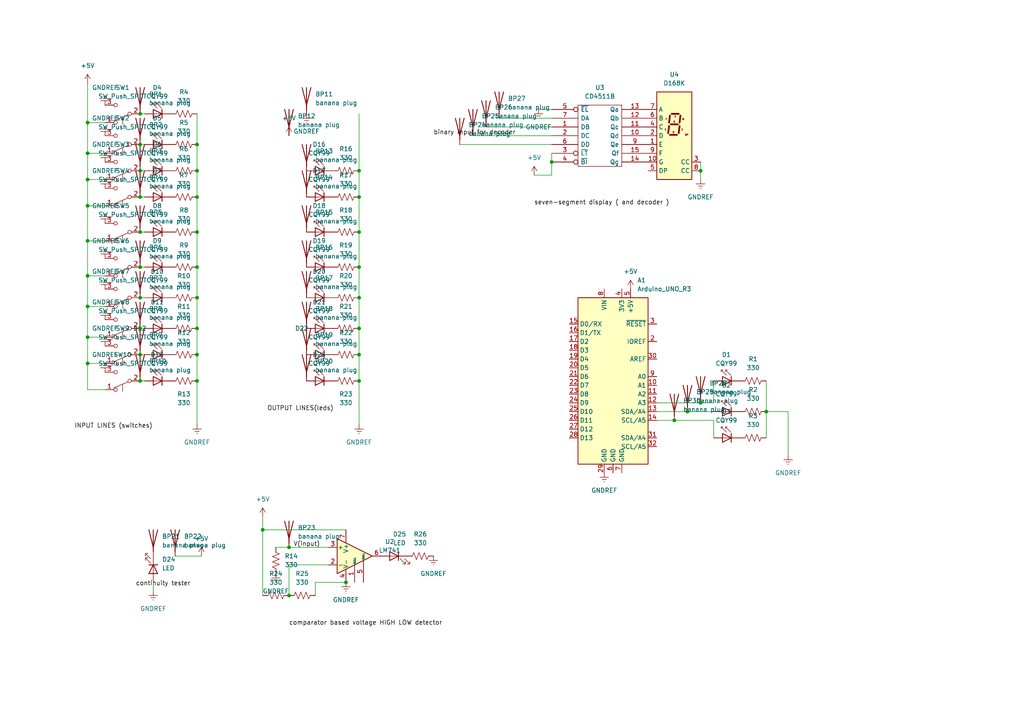
<source format=kicad_sch>
(kicad_sch (version 20230121) (generator eeschema)
  (paper "A4")
  (lib_symbols
    (symbol "4xxx_IEEE:4511" (pin_names (offset 0.762))
      (property "Reference" "U" (at 8.89 11.43 0))
      (property "Value" "4511" (at 8.89 -11.43 0))
      (symbol "4511_0_1"
        (rectangle (start -6.35 8.89) (end 6.35 -8.89))
      )
      (symbol "4511_1_1"
        (pin input line (at -13.97 2.54 0) (length 7.62) (name "DB") (number "1"))
        (pin output line (at 13.97 0 180) (length 7.62) (name "Qd") (number "10"))
        (pin output line (at 13.97 2.54 180) (length 7.62) (name "Qc") (number "11"))
        (pin output line (at 13.97 5.08 180) (length 7.62) (name "Qb") (number "12"))
        (pin output line (at 13.97 7.62 180) (length 7.62) (name "Qa") (number "13"))
        (pin output line (at 13.97 -7.62 180) (length 7.62) (name "Qg") (number "14"))
        (pin output line (at 13.97 -5.08 180) (length 7.62) (name "Qf") (number "15"))
        (pin power_in line (at 0 8.89 270) (length 0) hide (name "Vdd") (number "16"))
        (pin input line (at -13.97 0 0) (length 7.62) (name "DC") (number "2"))
        (pin input inverted (at -13.97 -5.08 0) (length 7.62) (name "~{LT}") (number "3"))
        (pin input inverted (at -13.97 -7.62 0) (length 7.62) (name "~{BI}") (number "4"))
        (pin input inverted (at -13.97 7.62 0) (length 7.62) (name "~{EL}") (number "5"))
        (pin input line (at -13.97 -2.54 0) (length 7.62) (name "DD") (number "6"))
        (pin input line (at -13.97 5.08 0) (length 7.62) (name "DA") (number "7"))
        (pin power_in line (at 0 -8.89 90) (length 0) hide (name "Vss") (number "8"))
        (pin output line (at 13.97 -2.54 180) (length 7.62) (name "Qe") (number "9"))
      )
    )
    (symbol "Amplifier_Operational:LM741" (pin_names (offset 0.127))
      (property "Reference" "U" (at 0 6.35 0))
      (property "Value" "LM741" (at 0 3.81 0))
      (symbol "LM741_0_1"
        (polyline (pts (xy -5.08 5.08) (xy 5.08 0) (xy -5.08 -5.08) (xy -5.08 5.08)) (stroke (width 0.254)) (fill (type background)))
      )
      (symbol "LM741_1_1"
        (pin input line (at 0 -7.62 90) (length 5.08) (name "NULL") (number "1"))
        (pin input line (at -7.62 -2.54 0) (length 2.54) (name "-") (number "2"))
        (pin input line (at -7.62 2.54 0) (length 2.54) (name "+") (number "3"))
        (pin power_in line (at -2.54 -7.62 90) (length 3.81) (name "V-") (number "4"))
        (pin input line (at 2.54 -7.62 90) (length 6.35) (name "NULL") (number "5"))
        (pin output line (at 7.62 0 180) (length 2.54) (name "~") (number "6"))
        (pin power_in line (at -2.54 7.62 270) (length 3.81) (name "V+") (number "7"))
        (pin no_connect line (at 0 2.54 270) (length 2.54) hide (name "NC") (number "8"))
      )
    )
    (symbol "Device:Antenna" (pin_numbers hide) (pin_names (offset 1.016) hide)
      (property "Reference" "AE" (at -1.905 1.905 0))
      (property "Value" "Antenna" (at -1.905 0 0))
      (symbol "Antenna_0_1"
        (polyline (pts (xy 0 2.54) (xy 0 -3.81)) (stroke (width 0.254)))
        (polyline (pts (xy 1.27 2.54) (xy 0 -2.54) (xy -1.27 2.54)) (stroke (width 0.254)))
      )
      (symbol "Antenna_1_1"
        (pin input line (at 0 -5.08 90) (length 2.54) (name "A") (number "1"))
      )
    )
    (symbol "Device:LED" (pin_numbers hide) (pin_names (offset 1.016) hide)
      (property "Reference" "D" (at 0 2.54 0))
      (property "Value" "LED" (at 0 -2.54 0))
      (symbol "LED_0_1"
        (polyline (pts (xy -1.27 -1.27) (xy -1.27 1.27)) (stroke (width 0.254)))
        (polyline (pts (xy -1.27 0) (xy 1.27 0)))
        (polyline (pts (xy 1.27 -1.27) (xy 1.27 1.27) (xy -1.27 0) (xy 1.27 -1.27)) (stroke (width 0.254)))
        (polyline (pts (xy -3.048 -0.762) (xy -4.572 -2.286) (xy -3.81 -2.286) (xy -4.572 -2.286) (xy -4.572 -1.524)))
        (polyline (pts (xy -1.778 -0.762) (xy -3.302 -2.286) (xy -2.54 -2.286) (xy -3.302 -2.286) (xy -3.302 -1.524)))
      )
      (symbol "LED_1_1"
        (pin passive line (at -3.81 0 0) (length 2.54) (name "K") (number "1"))
        (pin passive line (at 3.81 0 180) (length 2.54) (name "A") (number "2"))
      )
    )
    (symbol "Device:R_US" (pin_numbers hide) (pin_names (offset 0))
      (property "Reference" "R" (at 2.54 0 90))
      (property "Value" "R_US" (at -2.54 0 90))
      (symbol "R_US_0_1"
        (polyline (pts (xy 0 -2.286) (xy 0 -2.54)))
        (polyline (pts (xy 0 2.286) (xy 0 2.54)))
        (polyline (pts (xy 0 -0.762) (xy 1.016 -1.143) (xy 0 -1.524) (xy -1.016 -1.905) (xy 0 -2.286)))
        (polyline (pts (xy 0 0.762) (xy 1.016 0.381) (xy 0 0) (xy -1.016 -0.381) (xy 0 -0.762)))
        (polyline (pts (xy 0 2.286) (xy 1.016 1.905) (xy 0 1.524) (xy -1.016 1.143) (xy 0 0.762)))
      )
      (symbol "R_US_1_1"
        (pin passive line (at 0 3.81 270) (length 1.27) (name "~") (number "1"))
        (pin passive line (at 0 -3.81 90) (length 1.27) (name "~") (number "2"))
      )
    )
    (symbol "Display_Character_git:D168K"
      (property "Reference" "U" (at -2.54 13.97 0))
      (property "Value" "D168K" (at 1.27 13.97 0))
      (symbol "D168K_0_0"
        (text "A" (at 0.254 5.588 0) (effects (font (size 0.508 0.508))))
        (text "B" (at 2.54 4.826 0) (effects (font (size 0.508 0.508))))
        (text "C" (at 2.286 1.778 0) (effects (font (size 0.508 0.508))))
        (text "D" (at -0.254 1.016 0) (effects (font (size 0.508 0.508))))
        (text "DP" (at 3.556 0.254 0) (effects (font (size 0.508 0.508))))
        (text "E" (at -2.54 1.778 0) (effects (font (size 0.508 0.508))))
        (text "F" (at -2.286 4.826 0) (effects (font (size 0.508 0.508))))
        (text "G" (at 0 4.064 0) (effects (font (size 0.508 0.508))))
      )
      (symbol "D168K_0_1"
        (rectangle (start -5.08 12.7) (end 5.08 -12.7) (stroke (width 0.254)) (fill (type background)))
        (polyline (pts (xy -1.524 2.794) (xy -1.778 0.762)) (stroke (width 0.508)))
        (polyline (pts (xy -1.27 0.254) (xy 0.762 0.254)) (stroke (width 0.508)))
        (polyline (pts (xy -1.27 5.842) (xy -1.524 3.81)) (stroke (width 0.508)))
        (polyline (pts (xy -1.016 3.302) (xy 1.016 3.302)) (stroke (width 0.508)))
        (polyline (pts (xy -0.762 6.35) (xy 1.27 6.35)) (stroke (width 0.508)))
        (polyline (pts (xy 1.524 2.794) (xy 1.27 0.762)) (stroke (width 0.508)))
        (polyline (pts (xy 1.778 5.842) (xy 1.524 3.81)) (stroke (width 0.508)))
        (polyline (pts (xy 2.54 0.254) (xy 2.54 0.254)) (stroke (width 0.508)))
      )
      (symbol "D168K_1_1"
        (pin input line (at -7.62 -2.54 0) (length 2.54) (name "E") (number "1"))
        (pin input line (at -7.62 -7.62 0) (length 2.54) (name "G") (number "10"))
        (pin input line (at -7.62 0 0) (length 2.54) (name "D") (number "2"))
        (pin input line (at 7.62 -7.62 180) (length 2.54) (name "CC") (number "3"))
        (pin input line (at -7.62 2.54 0) (length 2.54) (name "C") (number "4"))
        (pin input line (at -7.62 -10.16 0) (length 2.54) (name "DP") (number "5"))
        (pin input line (at -7.62 5.08 0) (length 2.54) (name "B") (number "6"))
        (pin input line (at -7.62 7.62 0) (length 2.54) (name "A") (number "7"))
        (pin input line (at 7.62 -10.16 180) (length 2.54) (name "CC") (number "8"))
        (pin input line (at -7.62 -5.08 0) (length 2.54) (name "F") (number "9"))
      )
    )
    (symbol "LED:CQY99" (pin_numbers hide) (pin_names (offset 1.016) hide)
      (property "Reference" "D" (at 0.508 1.778 0))
      (property "Value" "CQY99" (at -1.016 -2.794 0))
      (symbol "CQY99_0_1"
        (polyline (pts (xy -2.54 1.27) (xy -2.54 -1.27)) (stroke (width 0.254)))
        (polyline (pts (xy 0 0) (xy -2.54 0)))
        (polyline (pts (xy 0.381 3.175) (xy -0.127 3.175)))
        (polyline (pts (xy -1.143 1.651) (xy 0.381 3.175) (xy 0.381 2.667)))
        (polyline (pts (xy 0 -1.27) (xy -2.54 0) (xy 0 1.27) (xy 0 -1.27)) (stroke (width 0.254)))
        (polyline (pts (xy -2.413 1.651) (xy -0.889 3.175) (xy -0.889 2.667) (xy -0.889 3.175) (xy -1.397 3.175)))
      )
      (symbol "CQY99_1_1"
        (pin passive line (at -5.08 0 0) (length 2.54) (name "K") (number "1"))
        (pin passive line (at 2.54 0 180) (length 2.54) (name "A") (number "2"))
      )
    )
    (symbol "MCU_Module:Arduino_UNO_R3"
      (property "Reference" "A" (at -10.16 23.495 0))
      (property "Value" "Arduino_UNO_R3" (at 5.08 -26.67 0))
      (symbol "Arduino_UNO_R3_0_1"
        (rectangle (start -10.16 22.86) (end 10.16 -25.4) (stroke (width 0.254)) (fill (type background)))
      )
      (symbol "Arduino_UNO_R3_1_1"
        (pin no_connect line (at -10.16 -20.32 0) (length 2.54) hide (name "NC") (number "1"))
        (pin bidirectional line (at 12.7 -2.54 180) (length 2.54) (name "A1") (number "10"))
        (pin bidirectional line (at 12.7 -5.08 180) (length 2.54) (name "A2") (number "11"))
        (pin bidirectional line (at 12.7 -7.62 180) (length 2.54) (name "A3") (number "12"))
        (pin bidirectional line (at 12.7 -10.16 180) (length 2.54) (name "SDA/A4") (number "13"))
        (pin bidirectional line (at 12.7 -12.7 180) (length 2.54) (name "SCL/A5") (number "14"))
        (pin bidirectional line (at -12.7 15.24 0) (length 2.54) (name "D0/RX") (number "15"))
        (pin bidirectional line (at -12.7 12.7 0) (length 2.54) (name "D1/TX") (number "16"))
        (pin bidirectional line (at -12.7 10.16 0) (length 2.54) (name "D2") (number "17"))
        (pin bidirectional line (at -12.7 7.62 0) (length 2.54) (name "D3") (number "18"))
        (pin bidirectional line (at -12.7 5.08 0) (length 2.54) (name "D4") (number "19"))
        (pin output line (at 12.7 10.16 180) (length 2.54) (name "IOREF") (number "2"))
        (pin bidirectional line (at -12.7 2.54 0) (length 2.54) (name "D5") (number "20"))
        (pin bidirectional line (at -12.7 0 0) (length 2.54) (name "D6") (number "21"))
        (pin bidirectional line (at -12.7 -2.54 0) (length 2.54) (name "D7") (number "22"))
        (pin bidirectional line (at -12.7 -5.08 0) (length 2.54) (name "D8") (number "23"))
        (pin bidirectional line (at -12.7 -7.62 0) (length 2.54) (name "D9") (number "24"))
        (pin bidirectional line (at -12.7 -10.16 0) (length 2.54) (name "D10") (number "25"))
        (pin bidirectional line (at -12.7 -12.7 0) (length 2.54) (name "D11") (number "26"))
        (pin bidirectional line (at -12.7 -15.24 0) (length 2.54) (name "D12") (number "27"))
        (pin bidirectional line (at -12.7 -17.78 0) (length 2.54) (name "D13") (number "28"))
        (pin power_in line (at -2.54 -27.94 90) (length 2.54) (name "GND") (number "29"))
        (pin input line (at 12.7 15.24 180) (length 2.54) (name "~{RESET}") (number "3"))
        (pin input line (at 12.7 5.08 180) (length 2.54) (name "AREF") (number "30"))
        (pin bidirectional line (at 12.7 -17.78 180) (length 2.54) (name "SDA/A4") (number "31"))
        (pin bidirectional line (at 12.7 -20.32 180) (length 2.54) (name "SCL/A5") (number "32"))
        (pin power_out line (at 2.54 25.4 270) (length 2.54) (name "3V3") (number "4"))
        (pin power_out line (at 5.08 25.4 270) (length 2.54) (name "+5V") (number "5"))
        (pin power_in line (at 0 -27.94 90) (length 2.54) (name "GND") (number "6"))
        (pin power_in line (at 2.54 -27.94 90) (length 2.54) (name "GND") (number "7"))
        (pin power_in line (at -2.54 25.4 270) (length 2.54) (name "VIN") (number "8"))
        (pin bidirectional line (at 12.7 0 180) (length 2.54) (name "A0") (number "9"))
      )
    )
    (symbol "Switch:SW_Push_SPDT" (pin_names (offset 0) hide)
      (property "Reference" "SW" (at 0 4.318 0))
      (property "Value" "SW_Push_SPDT" (at 0 -5.08 0))
      (symbol "SW_Push_SPDT_0_0"
        (circle (center -2.032 0) (radius 0.508))
        (polyline (pts (xy 0 1.016) (xy 0 3.048)))
        (circle (center 2.032 -2.54) (radius 0.508))
      )
      (symbol "SW_Push_SPDT_0_1"
        (polyline (pts (xy -1.524 0.254) (xy 2.54 2.032)))
        (circle (center 2.032 2.54) (radius 0.508))
      )
      (symbol "SW_Push_SPDT_1_1"
        (pin passive line (at 5.08 2.54 180) (length 2.54) (name "A") (number "1"))
        (pin passive line (at -5.08 0 0) (length 2.54) (name "B") (number "2"))
        (pin passive line (at 5.08 -2.54 180) (length 2.54) (name "C") (number "3"))
      )
    )
    (symbol "power:+5V" (power) (pin_names (offset 0))
      (property "Value" "+5V" (at 0 3.556 0))
      (symbol "+5V_0_1"
        (polyline (pts (xy -0.762 1.27) (xy 0 2.54)))
        (polyline (pts (xy 0 0) (xy 0 2.54)))
        (polyline (pts (xy 0 2.54) (xy 0.762 1.27)))
      )
      (symbol "+5V_1_1"
        (pin power_in line (at 0 0 90) (length 0) hide (name "+5V") (number "1"))
      )
    )
    (symbol "power:GNDREF" (power) (pin_names (offset 0))
      (property "Value" "GNDREF" (at 0 -3.81 0))
      (symbol "GNDREF_0_1"
        (polyline (pts (xy -0.635 -1.905) (xy 0.635 -1.905)))
        (polyline (pts (xy -0.127 -2.54) (xy 0.127 -2.54)))
        (polyline (pts (xy 0 -1.27) (xy 0 0)))
        (polyline (pts (xy 1.27 -1.27) (xy -1.27 -1.27)))
      )
      (symbol "GNDREF_1_1"
        (pin power_in line (at 0 0 270) (length 0) hide (name "GNDREF") (number "1"))
      )
    )
  )
  (junction (at 40.64 110.49))
  (junction (at 199.39 119.38))
  (junction (at 104.14 77.47))
  (junction (at 57.15 102.87))
  (junction (at 40.64 86.36))
  (junction (at 104.14 95.25))
  (junction (at 40.64 33.02))
  (junction (at 40.64 102.87))
  (junction (at 195.58 121.92))
  (junction (at 104.14 110.49))
  (junction (at 57.15 41.91))
  (junction (at 104.14 86.36))
  (junction (at 57.15 77.47))
  (junction (at 222.25 119.38))
  (junction (at 76.2 153.67))
  (junction (at 203.2 116.84))
  (junction (at 160.02 46.99))
  (junction (at 25.4 97.79))
  (junction (at 40.64 95.25))
  (junction (at 83.82 158.75))
  (junction (at 104.14 57.15))
  (junction (at 25.4 52.07))
  (junction (at 104.14 67.31))
  (junction (at 57.15 57.15))
  (junction (at 57.15 67.31))
  (junction (at 25.4 44.45))
  (junction (at 25.4 35.56))
  (junction (at 57.15 95.25))
  (junction (at 57.15 110.49))
  (junction (at 25.4 80.01))
  (junction (at 203.2 49.53))
  (junction (at 25.4 59.69))
  (junction (at 57.15 49.53))
  (junction (at 40.64 49.53))
  (junction (at 104.14 49.53))
  (junction (at 40.64 67.31))
  (junction (at 40.64 57.15))
  (junction (at 25.4 105.41))
  (junction (at 104.14 102.87))
  (junction (at 40.64 77.47))
  (junction (at 83.82 172.72))
  (junction (at 25.4 88.9))
  (junction (at 40.64 41.91))
  (junction (at 57.15 86.36))
  (junction (at 25.4 69.85))
  (junction (at 100.33 168.91))
  (wire (pts (xy 25.4 69.85) (xy 25.4 80.01)))
  (wire (pts (xy 203.2 49.53) (xy 203.2 52.07)))
  (wire (pts (xy 207.01 116.84) (xy 207.01 110.49)))
  (wire (pts (xy 25.4 105.41) (xy 30.48 105.41)))
  (wire (pts (xy 104.14 102.87) (xy 104.14 110.49)))
  (wire (pts (xy 57.15 102.87) (xy 57.15 110.49)))
  (wire (pts (xy 104.14 95.25) (xy 104.14 102.87)))
  (wire (pts (xy 57.15 57.15) (xy 57.15 67.31)))
  (wire (pts (xy 40.64 86.36) (xy 41.91 86.36)))
  (wire (pts (xy 222.25 119.38) (xy 228.6 119.38)))
  (wire (pts (xy 25.4 113.03) (xy 30.48 113.03)))
  (wire (pts (xy 25.4 59.69) (xy 30.48 59.69)))
  (wire (pts (xy 222.25 110.49) (xy 222.25 119.38)))
  (wire (pts (xy 104.14 86.36) (xy 104.14 95.25)))
  (wire (pts (xy 40.64 77.47) (xy 41.91 77.47)))
  (wire (pts (xy 144.78 34.29) (xy 160.02 34.29)))
  (wire (pts (xy 25.4 80.01) (xy 30.48 80.01)))
  (wire (pts (xy 25.4 97.79) (xy 25.4 105.41)))
  (wire (pts (xy 57.15 77.47) (xy 57.15 86.36)))
  (wire (pts (xy 104.14 77.47) (xy 104.14 86.36)))
  (wire (pts (xy 40.64 33.02) (xy 41.91 33.02)))
  (wire (pts (xy 76.2 153.67) (xy 100.33 153.67)))
  (wire (pts (xy 25.4 97.79) (xy 30.48 97.79)))
  (wire (pts (xy 25.4 59.69) (xy 25.4 69.85)))
  (wire (pts (xy 25.4 69.85) (xy 30.48 69.85)))
  (wire (pts (xy 40.64 41.91) (xy 41.91 41.91)))
  (wire (pts (xy 83.82 163.83) (xy 83.82 172.72)))
  (wire (pts (xy 57.15 110.49) (xy 57.15 123.19)))
  (wire (pts (xy 57.15 49.53) (xy 57.15 57.15)))
  (wire (pts (xy 25.4 52.07) (xy 30.48 52.07)))
  (wire (pts (xy 190.5 116.84) (xy 203.2 116.84)))
  (wire (pts (xy 190.5 119.38) (xy 199.39 119.38)))
  (wire (pts (xy 160.02 46.99) (xy 160.02 50.8)))
  (wire (pts (xy 57.15 95.25) (xy 57.15 102.87)))
  (wire (pts (xy 83.82 158.75) (xy 95.25 158.75)))
  (wire (pts (xy 40.64 57.15) (xy 41.91 57.15)))
  (wire (pts (xy 91.44 168.91) (xy 100.33 168.91)))
  (wire (pts (xy 199.39 119.38) (xy 207.01 119.38)))
  (wire (pts (xy 40.64 102.87) (xy 41.91 102.87)))
  (wire (pts (xy 140.97 36.83) (xy 160.02 36.83)))
  (wire (pts (xy 57.15 41.91) (xy 57.15 49.53)))
  (wire (pts (xy 133.35 41.91) (xy 160.02 41.91)))
  (wire (pts (xy 57.15 86.36) (xy 57.15 95.25)))
  (wire (pts (xy 25.4 44.45) (xy 25.4 52.07)))
  (wire (pts (xy 207.01 121.92) (xy 207.01 127)))
  (wire (pts (xy 25.4 35.56) (xy 25.4 44.45)))
  (wire (pts (xy 25.4 35.56) (xy 30.48 35.56)))
  (wire (pts (xy 25.4 88.9) (xy 30.48 88.9)))
  (wire (pts (xy 44.45 168.91) (xy 44.45 171.45)))
  (wire (pts (xy 25.4 24.13) (xy 25.4 35.56)))
  (wire (pts (xy 104.14 67.31) (xy 104.14 77.47)))
  (wire (pts (xy 195.58 121.92) (xy 207.01 121.92)))
  (wire (pts (xy 57.15 67.31) (xy 57.15 77.47)))
  (wire (pts (xy 25.4 44.45) (xy 30.48 44.45)))
  (wire (pts (xy 40.64 67.31) (xy 41.91 67.31)))
  (wire (pts (xy 25.4 88.9) (xy 25.4 97.79)))
  (wire (pts (xy 160.02 50.8) (xy 154.94 50.8)))
  (wire (pts (xy 95.25 163.83) (xy 83.82 163.83)))
  (wire (pts (xy 40.64 110.49) (xy 41.91 110.49)))
  (wire (pts (xy 160.02 44.45) (xy 160.02 46.99)))
  (wire (pts (xy 222.25 119.38) (xy 222.25 127)))
  (wire (pts (xy 57.15 33.02) (xy 57.15 41.91)))
  (wire (pts (xy 104.14 49.53) (xy 104.14 57.15)))
  (wire (pts (xy 50.8 161.29) (xy 58.42 161.29)))
  (wire (pts (xy 25.4 52.07) (xy 25.4 59.69)))
  (wire (pts (xy 190.5 121.92) (xy 195.58 121.92)))
  (wire (pts (xy 40.64 95.25) (xy 41.91 95.25)))
  (wire (pts (xy 156.21 31.75) (xy 160.02 31.75)))
  (wire (pts (xy 137.16 39.37) (xy 160.02 39.37)))
  (wire (pts (xy 104.14 57.15) (xy 104.14 67.31)))
  (wire (pts (xy 104.14 33.02) (xy 104.14 49.53)))
  (wire (pts (xy 91.44 172.72) (xy 91.44 168.91)))
  (wire (pts (xy 228.6 119.38) (xy 228.6 132.08)))
  (wire (pts (xy 25.4 80.01) (xy 25.4 88.9)))
  (wire (pts (xy 80.01 158.75) (xy 83.82 158.75)))
  (wire (pts (xy 40.64 49.53) (xy 41.91 49.53)))
  (wire (pts (xy 76.2 153.67) (xy 76.2 149.86)))
  (wire (pts (xy 203.2 46.99) (xy 203.2 49.53)))
  (wire (pts (xy 203.2 116.84) (xy 207.01 116.84)))
  (wire (pts (xy 25.4 105.41) (xy 25.4 113.03)))
  (wire (pts (xy 104.14 110.49) (xy 104.14 123.19)))
  (wire (pts (xy 76.2 153.67) (xy 76.2 172.72)))
  (label "binary input for decoder" (at 125.73 39.37 0))
  (label "seven-segment display ( and decoder )" (at 154.94 59.69 0))
  (label "V(input)" (at 85.09 158.75 0))
  (label "OUTPUT LINES(leds)" (at 77.47 119.38 0))
  (label "continuity tester" (at 39.37 170.18 0))
  (label "comparator based voltage HIGH LOW detector" (at 83.82 181.61 0))
  (label "INPUT LINES (switches)" (at 21.59 124.46 0))
  (symbol (lib_id "power:GNDREF") (at 30.48 100.33 180) (unit 1)
    (property "Reference" "#PWR021" (effects hide))
    (property "Value" "GNDREF" (at 30.48 95.25 0))
  )
  (symbol (lib_id "power:+5V") (at 83.82 39.37 0) (unit 1)
    (property "Reference" "#PWR026" (effects hide))
    (property "Value" "+5V" (at 83.82 34.29 0))
  )
  (symbol (lib_id "LED:CQY99") (at 91.44 67.31 0) (mirror y) (unit 1)
    (property "Reference" "D18" (at 92.583 59.69 0))
    (property "Value" "CQY99" (at 92.583 62.23 0))
    (property "Footprint" "LED_THT:LED_D3.0mm" (effects hide))
    (property "Datasheet" "https://www.prtice.info/IMG/pdf/CQY99.pdf" (effects hide))
  )
  (symbol (lib_id "LED:CQY99") (at 91.44 86.36 0) (mirror y) (unit 1)
    (property "Reference" "D20" (at 92.583 78.74 0))
    (property "Value" "CQY99" (at 92.583 81.28 0))
    (property "Footprint" "LED_THT:LED_D3.0mm" (effects hide))
    (property "Datasheet" "https://www.prtice.info/IMG/pdf/CQY99.pdf" (effects hide))
  )
  (symbol (lib_id "Device:Antenna") (at 40.64 81.28 0) (unit 1)
    (property "Reference" "BP7" (at 43.18 80.645 0) (effects (justify left)))
    (property "Value" "banana plug" (at 43.18 83.185 0) (effects (justify left)))
    (property "Footprint" "MountingHole:banana_plug(modified thickness)" (effects hide))
  )
  (symbol (lib_id "Device:R_US") (at 53.34 33.02 270) (unit 1)
    (property "Reference" "R4" (at 53.34 26.67 90))
    (property "Value" "330" (at 53.34 29.21 90))
    (property "Footprint" "Resistor_THT:R_Axial_DIN0207_L6.3mm_D2.5mm_P7.62mm_Horizontal" (effects hide))
  )
  (symbol (lib_id "power:GNDREF") (at 156.21 31.75 0) (unit 1)
    (property "Reference" "#PWR011" (effects hide))
    (property "Value" "GNDREF" (at 156.21 36.83 0))
  )
  (symbol (lib_id "Device:Antenna") (at 40.64 105.41 0) (unit 1)
    (property "Reference" "BP10" (at 43.18 104.775 0) (effects (justify left)))
    (property "Value" "banana plug" (at 43.18 107.315 0) (effects (justify left)))
    (property "Footprint" "MountingHole:banana_plug(modified thickness)" (effects hide))
  )
  (symbol (lib_id "LED:CQY99") (at 44.45 86.36 0) (mirror y) (unit 1)
    (property "Reference" "D10" (at 45.593 78.74 0))
    (property "Value" "CQY99" (at 45.593 81.28 0))
    (property "Footprint" "LED_THT:LED_D3.0mm" (effects hide))
    (property "Datasheet" "https://www.prtice.info/IMG/pdf/CQY99.pdf" (effects hide))
  )
  (symbol (lib_id "LED:CQY99") (at 91.44 57.15 0) (mirror y) (unit 1)
    (property "Reference" "D17" (at 92.583 49.53 0))
    (property "Value" "CQY99" (at 92.583 52.07 0))
    (property "Footprint" "LED_THT:LED_D3.0mm" (effects hide))
    (property "Datasheet" "https://www.prtice.info/IMG/pdf/CQY99.pdf" (effects hide))
  )
  (symbol (lib_id "Switch:SW_Push_SPDT") (at 35.56 33.02 180) (unit 1)
    (property "Reference" "SW1" (at 35.56 25.4 0))
    (property "Value" "SW_Push_SPDT" (at 35.56 27.94 0))
    (property "Footprint" "Button_Switch_THT:SPDT_platemount_switch(platemount)" (effects hide))
  )
  (symbol (lib_id "Device:R_US") (at 100.33 86.36 270) (unit 1)
    (property "Reference" "R20" (at 100.33 80.01 90))
    (property "Value" "330" (at 100.33 82.55 90))
    (property "Footprint" "Resistor_THT:R_Axial_DIN0207_L6.3mm_D2.5mm_P7.62mm_Horizontal" (effects hide))
  )
  (symbol (lib_id "Switch:SW_Push_SPDT") (at 35.56 67.31 180) (unit 1)
    (property "Reference" "SW5" (at 35.56 59.69 0))
    (property "Value" "SW_Push_SPDT" (at 35.56 62.23 0))
    (property "Footprint" "Button_Switch_THT:SPDT_platemount_switch(platemount)" (effects hide))
  )
  (symbol (lib_id "Device:R_US") (at 53.34 67.31 270) (unit 1)
    (property "Reference" "R8" (at 53.34 60.96 90))
    (property "Value" "330" (at 53.34 63.5 90))
    (property "Footprint" "Resistor_THT:R_Axial_DIN0207_L6.3mm_D2.5mm_P7.62mm_Horizontal" (effects hide))
  )
  (symbol (lib_id "MCU_Module:Arduino_UNO_R3") (at 177.8 109.22 0) (unit 1)
    (property "Reference" "A1" (at 184.8359 81.28 0) (effects (justify left)))
    (property "Value" "Arduino_UNO_R3" (at 184.8359 83.82 0) (effects (justify left)))
    (property "Footprint" "Module:Arduino_UNO_R3" (effects hide))
    (property "Datasheet" "https://www.arduino.cc/en/Main/arduinoBoardUno" (effects hide))
  )
  (symbol (lib_id "Device:Antenna") (at 88.9 72.39 0) (unit 1)
    (property "Reference" "BP16" (at 91.44 71.755 0) (effects (justify left)))
    (property "Value" "banana plug" (at 91.44 74.295 0) (effects (justify left)))
    (property "Footprint" "MountingHole:banana_plug(modified thickness)" (effects hide))
  )
  (symbol (lib_id "Device:R_US") (at 53.34 77.47 270) (unit 1)
    (property "Reference" "R9" (at 53.34 71.12 90))
    (property "Value" "330" (at 53.34 73.66 90))
    (property "Footprint" "Resistor_THT:R_Axial_DIN0207_L6.3mm_D2.5mm_P7.62mm_Horizontal" (effects hide))
  )
  (symbol (lib_id "Device:Antenna") (at 40.64 72.39 0) (unit 1)
    (property "Reference" "BP6" (at 43.18 71.755 0) (effects (justify left)))
    (property "Value" "banana plug" (at 43.18 74.295 0) (effects (justify left)))
    (property "Footprint" "MountingHole:banana_plug(modified thickness)" (effects hide))
  )
  (symbol (lib_id "Device:Antenna") (at 140.97 31.75 0) (unit 1)
    (property "Reference" "BP26" (at 143.51 31.115 0) (effects (justify left)))
    (property "Value" "banana plug" (at 143.51 33.655 0) (effects (justify left)))
    (property "Footprint" "MountingHole:banana_plug(modified thickness)" (effects hide))
  )
  (symbol (lib_id "Device:Antenna") (at 40.64 90.17 0) (unit 1)
    (property "Reference" "BP8" (at 43.18 89.535 0) (effects (justify left)))
    (property "Value" "banana plug" (at 43.18 92.075 0) (effects (justify left)))
    (property "Footprint" "MountingHole:banana_plug(modified thickness)" (effects hide))
  )
  (symbol (lib_id "Device:Antenna") (at 88.9 97.79 0) (unit 1)
    (property "Reference" "BP19" (at 91.44 97.155 0) (effects (justify left)))
    (property "Value" "banana plug" (at 91.44 99.695 0) (effects (justify left)))
    (property "Footprint" "MountingHole:banana_plug(modified thickness)" (effects hide))
  )
  (symbol (lib_id "Device:Antenna") (at 88.9 105.41 0) (unit 1)
    (property "Reference" "BP20" (at 91.44 104.775 0) (effects (justify left)))
    (property "Value" "banana plug" (at 91.44 107.315 0) (effects (justify left)))
    (property "Footprint" "MountingHole:banana_plug(modified thickness)" (effects hide))
  )
  (symbol (lib_id "Device:LED") (at 44.45 165.1 270) (unit 1)
    (property "Reference" "D24" (at 46.99 162.2425 90) (effects (justify left)))
    (property "Value" "LED" (at 46.99 164.7825 90) (effects (justify left)))
    (property "Footprint" "Buzzer_Beeper:Buzzer_12x9.5RM7.6" (effects hide))
  )
  (symbol (lib_id "Device:Antenna") (at 83.82 34.29 0) (unit 1)
    (property "Reference" "BP12" (at 86.36 33.655 0) (effects (justify left)))
    (property "Value" "banana plug" (at 86.36 36.195 0) (effects (justify left)))
    (property "Footprint" "MountingHole:banana_plug(modified thickness)" (effects hide))
  )
  (symbol (lib_id "Device:R_US") (at 100.33 67.31 270) (unit 1)
    (property "Reference" "R18" (at 100.33 60.96 90))
    (property "Value" "330" (at 100.33 63.5 90))
    (property "Footprint" "Resistor_THT:R_Axial_DIN0207_L6.3mm_D2.5mm_P7.62mm_Horizontal" (effects hide))
  )
  (symbol (lib_id "Device:R_US") (at 121.92 161.29 270) (unit 1)
    (property "Reference" "R26" (at 121.92 154.94 90))
    (property "Value" "330" (at 121.92 157.48 90))
    (property "Footprint" "Resistor_THT:R_Axial_DIN0207_L6.3mm_D2.5mm_P7.62mm_Horizontal" (effects hide))
  )
  (symbol (lib_id "power:GNDREF") (at 44.45 171.45 0) (unit 1)
    (property "Reference" "#PWR05" (effects hide))
    (property "Value" "GNDREF" (at 44.45 176.53 0))
  )
  (symbol (lib_id "Device:Antenna") (at 88.9 81.28 0) (unit 1)
    (property "Reference" "BP17" (at 91.44 80.645 0) (effects (justify left)))
    (property "Value" "banana plug" (at 91.44 83.185 0) (effects (justify left)))
    (property "Footprint" "MountingHole:banana_plug(modified thickness)" (effects hide))
  )
  (symbol (lib_id "power:+5V") (at 58.42 161.29 0) (unit 1)
    (property "Reference" "#PWR06" (effects hide))
    (property "Value" "+5V" (at 58.42 156.21 0))
  )
  (symbol (lib_id "LED:CQY99") (at 91.44 102.87 0) (mirror y) (unit 1)
    (property "Reference" "D22" (at 87.503 95.25 0))
    (property "Value" "CQY99" (at 92.583 97.79 0))
    (property "Footprint" "LED_THT:LED_D3.0mm" (effects hide))
    (property "Datasheet" "https://www.prtice.info/IMG/pdf/CQY99.pdf" (effects hide))
  )
  (symbol (lib_id "LED:CQY99") (at 44.45 110.49 0) (mirror y) (unit 1)
    (property "Reference" "D13" (at 45.593 102.87 0))
    (property "Value" "CQY99" (at 45.593 105.41 0))
    (property "Footprint" "LED_THT:LED_D3.0mm" (effects hide))
    (property "Datasheet" "https://www.prtice.info/IMG/pdf/CQY99.pdf" (effects hide))
  )
  (symbol (lib_id "Switch:SW_Push_SPDT") (at 35.56 86.36 180) (unit 1)
    (property "Reference" "SW7" (at 35.56 78.74 0))
    (property "Value" "SW_Push_SPDT" (at 35.56 81.28 0))
    (property "Footprint" "Button_Switch_THT:SPDT_platemount_switch(platemount)" (effects hide))
  )
  (symbol (lib_id "power:GNDREF") (at 175.26 137.16 0) (unit 1)
    (property "Reference" "#PWR024" (effects hide))
    (property "Value" "GNDREF" (at 175.26 142.24 0))
  )
  (symbol (lib_id "power:GNDREF") (at 30.48 83.82 180) (unit 1)
    (property "Reference" "#PWR019" (effects hide))
    (property "Value" "GNDREF" (at 30.48 78.74 0))
  )
  (symbol (lib_id "Device:R_US") (at 100.33 102.87 270) (unit 1)
    (property "Reference" "R22" (at 100.33 96.52 90))
    (property "Value" "330" (at 100.33 99.06 90))
    (property "Footprint" "Resistor_THT:R_Axial_DIN0207_L6.3mm_D2.5mm_P7.62mm_Horizontal" (effects hide))
  )
  (symbol (lib_id "Device:R_US") (at 80.01 162.56 0) (unit 1)
    (property "Reference" "R14" (at 82.55 161.29 0) (effects (justify left)))
    (property "Value" "330" (at 82.55 163.83 0) (effects (justify left)))
    (property "Footprint" "Resistor_THT:R_Axial_DIN0207_L6.3mm_D2.5mm_P7.62mm_Horizontal" (effects hide))
  )
  (symbol (lib_id "power:GNDREF") (at 88.9 33.02 0) (unit 1)
    (property "Reference" "#PWR025" (effects hide))
    (property "Value" "GNDREF" (at 88.9 38.1 0))
  )
  (symbol (lib_id "power:GNDREF") (at 80.01 166.37 0) (unit 1)
    (property "Reference" "#PWR027" (effects hide))
    (property "Value" "GNDREF" (at 80.01 171.45 0))
  )
  (symbol (lib_id "Device:R_US") (at 53.34 41.91 270) (unit 1)
    (property "Reference" "R5" (at 53.34 35.56 90))
    (property "Value" "330" (at 53.34 38.1 90))
    (property "Footprint" "Resistor_THT:R_Axial_DIN0207_L6.3mm_D2.5mm_P7.62mm_Horizontal" (effects hide))
  )
  (symbol (lib_id "power:GNDREF") (at 30.48 92.71 180) (unit 1)
    (property "Reference" "#PWR020" (effects hide))
    (property "Value" "GNDREF" (at 30.48 87.63 0))
  )
  (symbol (lib_id "power:GNDREF") (at 30.48 30.48 180) (unit 1)
    (property "Reference" "#PWR013" (effects hide))
    (property "Value" "GNDREF" (at 30.48 25.4 0))
  )
  (symbol (lib_id "Device:Antenna") (at 44.45 156.21 0) (unit 1)
    (property "Reference" "BP21" (at 46.99 155.575 0) (effects (justify left)))
    (property "Value" "banana plug" (at 46.99 158.115 0) (effects (justify left)))
    (property "Footprint" "MountingHole:banana_plug(modified thickness)" (effects hide))
  )
  (symbol (lib_id "power:GNDREF") (at 125.73 161.29 0) (unit 1)
    (property "Reference" "#PWR09" (effects hide))
    (property "Value" "GNDREF" (at 125.73 166.37 0))
  )
  (symbol (lib_id "Device:Antenna") (at 199.39 114.3 0) (unit 1)
    (property "Reference" "BP29" (at 201.93 113.665 0) (effects (justify left)))
    (property "Value" "banana plug" (at 201.93 116.205 0) (effects (justify left)))
    (property "Footprint" "MountingHole:banana_plug(modified thickness)" (effects hide))
  )
  (symbol (lib_id "Device:Antenna") (at 40.64 52.07 0) (unit 1)
    (property "Reference" "BP4" (at 43.18 51.435 0) (effects (justify left)))
    (property "Value" "banana plug" (at 43.18 53.975 0) (effects (justify left)))
    (property "Footprint" "MountingHole:banana_plug(modified thickness)" (effects hide))
  )
  (symbol (lib_id "Device:Antenna") (at 144.78 29.21 0) (unit 1)
    (property "Reference" "BP27" (at 147.32 28.575 0) (effects (justify left)))
    (property "Value" "banana plug" (at 147.32 31.115 0) (effects (justify left)))
    (property "Footprint" "MountingHole:banana_plug(modified thickness)" (effects hide))
  )
  (symbol (lib_id "power:+5V") (at 76.2 149.86 0) (unit 1)
    (property "Reference" "#PWR07" (effects hide))
    (property "Value" "+5V" (at 76.2 144.78 0))
  )
  (symbol (lib_id "LED:CQY99") (at 44.45 77.47 0) (mirror y) (unit 1)
    (property "Reference" "D9" (at 45.593 69.85 0))
    (property "Value" "CQY99" (at 45.593 72.39 0))
    (property "Footprint" "LED_THT:LED_D3.0mm" (effects hide))
    (property "Datasheet" "https://www.prtice.info/IMG/pdf/CQY99.pdf" (effects hide))
  )
  (symbol (lib_id "Device:Antenna") (at 88.9 27.94 0) (unit 1)
    (property "Reference" "BP11" (at 91.44 27.305 0) (effects (justify left)))
    (property "Value" "banana plug" (at 91.44 29.845 0) (effects (justify left)))
    (property "Footprint" "MountingHole:banana_plug(modified thickness)" (effects hide))
  )
  (symbol (lib_id "Switch:SW_Push_SPDT") (at 35.56 77.47 180) (unit 1)
    (property "Reference" "SW6" (at 35.56 69.85 0))
    (property "Value" "SW_Push_SPDT" (at 35.56 72.39 0))
    (property "Footprint" "Button_Switch_THT:SPDT_platemount_switch(platemount)" (effects hide))
  )
  (symbol (lib_id "4xxx_IEEE:4511") (at 173.99 39.37 0) (unit 1)
    (property "Reference" "U3" (at 173.99 25.4 0))
    (property "Value" "CD4511B" (at 173.99 27.94 0))
    (property "Footprint" "Package_DIP:DIP-16_W7.62mm_Socket_LongPads" (effects hide))
  )
  (symbol (lib_id "Device:R_US") (at 53.34 49.53 270) (unit 1)
    (property "Reference" "R6" (at 53.34 43.18 90))
    (property "Value" "330" (at 53.34 45.72 90))
    (property "Footprint" "Resistor_THT:R_Axial_DIN0207_L6.3mm_D2.5mm_P7.62mm_Horizontal" (effects hide))
  )
  (symbol (lib_id "power:GNDREF") (at 30.48 74.93 180) (unit 1)
    (property "Reference" "#PWR018" (effects hide))
    (property "Value" "GNDREF" (at 30.48 69.85 0))
  )
  (symbol (lib_id "power:GNDREF") (at 104.14 123.19 0) (unit 1)
    (property "Reference" "#PWR04" (effects hide))
    (property "Value" "GNDREF" (at 104.14 128.27 0))
  )
  (symbol (lib_id "Device:R_US") (at 100.33 77.47 270) (unit 1)
    (property "Reference" "R19" (at 100.33 71.12 90))
    (property "Value" "330" (at 100.33 73.66 90))
    (property "Footprint" "Resistor_THT:R_Axial_DIN0207_L6.3mm_D2.5mm_P7.62mm_Horizontal" (effects hide))
  )
  (symbol (lib_id "Display_Character_git:D168K") (at 195.58 39.37 0) (unit 1)
    (property "Reference" "U4" (at 195.58 21.59 0))
    (property "Value" "D168K" (at 195.58 24.13 0))
    (property "Footprint" "Display_7Segment:D1X8K" (effects hide))
    (property "Datasheet" "https://ia800903.us.archive.org/24/items/CTKD1x8K/Cromatek%20D168K.pdf" (effects hide))
  )
  (symbol (lib_id "Device:Antenna") (at 40.64 36.83 0) (unit 1)
    (property "Reference" "BP2" (at 43.18 36.195 0) (effects (justify left)))
    (property "Value" "banana plug" (at 43.18 38.735 0) (effects (justify left)))
    (property "Footprint" "MountingHole:banana_plug(modified thickness)" (effects hide))
  )
  (symbol (lib_id "Device:Antenna") (at 133.35 36.83 0) (unit 1)
    (property "Reference" "BP24" (at 135.89 36.195 0) (effects (justify left)))
    (property "Value" "banana plug" (at 135.89 38.735 0) (effects (justify left)))
    (property "Footprint" "MountingHole:banana_plug(modified thickness)" (effects hide))
  )
  (symbol (lib_id "Device:Antenna") (at 40.64 62.23 0) (unit 1)
    (property "Reference" "BP5" (at 43.18 61.595 0) (effects (justify left)))
    (property "Value" "banana plug" (at 43.18 64.135 0) (effects (justify left)))
    (property "Footprint" "MountingHole:banana_plug(modified thickness)" (effects hide))
  )
  (symbol (lib_id "Device:R_US") (at 53.34 95.25 270) (unit 1)
    (property "Reference" "R11" (at 53.34 88.9 90))
    (property "Value" "330" (at 53.34 91.44 90))
    (property "Footprint" "Resistor_THT:R_Axial_DIN0207_L6.3mm_D2.5mm_P7.62mm_Horizontal" (effects hide))
  )
  (symbol (lib_id "Device:R_US") (at 100.33 57.15 270) (unit 1)
    (property "Reference" "R17" (at 100.33 50.8 90))
    (property "Value" "330" (at 100.33 53.34 90))
    (property "Footprint" "Resistor_THT:R_Axial_DIN0207_L6.3mm_D2.5mm_P7.62mm_Horizontal" (effects hide))
  )
  (symbol (lib_id "LED:CQY99") (at 44.45 49.53 0) (mirror y) (unit 1)
    (property "Reference" "D6" (at 45.593 41.91 0))
    (property "Value" "CQY99" (at 45.593 44.45 0))
    (property "Footprint" "LED_THT:LED_D3.0mm" (effects hide))
    (property "Datasheet" "https://www.prtice.info/IMG/pdf/CQY99.pdf" (effects hide))
  )
  (symbol (lib_id "power:GNDREF") (at 30.48 64.77 180) (unit 1)
    (property "Reference" "#PWR017" (effects hide))
    (property "Value" "GNDREF" (at 30.48 59.69 0))
  )
  (symbol (lib_id "LED:CQY99") (at 44.45 95.25 0) (mirror y) (unit 1)
    (property "Reference" "D11" (at 45.593 87.63 0))
    (property "Value" "CQY99" (at 45.593 90.17 0))
    (property "Footprint" "LED_THT:LED_D3.0mm" (effects hide))
    (property "Datasheet" "https://www.prtice.info/IMG/pdf/CQY99.pdf" (effects hide))
  )
  (symbol (lib_id "LED:CQY99") (at 209.55 119.38 0) (mirror y) (unit 1)
    (property "Reference" "D2" (at 210.693 111.76 0))
    (property "Value" "CQY99" (at 210.693 114.3 0))
    (property "Footprint" "LED_THT:LED_D3.0mm" (effects hide))
    (property "Datasheet" "https://www.prtice.info/IMG/pdf/CQY99.pdf" (effects hide))
  )
  (symbol (lib_id "Switch:SW_Push_SPDT") (at 35.56 95.25 180) (unit 1)
    (property "Reference" "SW8" (at 35.56 87.63 0))
    (property "Value" "SW_Push_SPDT" (at 35.56 90.17 0))
    (property "Footprint" "Button_Switch_THT:SPDT_platemount_switch(platemount)" (effects hide))
  )
  (symbol (lib_id "Switch:SW_Push_SPDT") (at 35.56 41.91 180) (unit 1)
    (property "Reference" "SW2" (at 35.56 34.29 0))
    (property "Value" "SW_Push_SPDT" (at 35.56 36.83 0))
    (property "Footprint" "Button_Switch_THT:SPDT_platemount_switch(platemount)" (effects hide))
  )
  (symbol (lib_id "Device:R_US") (at 53.34 57.15 270) (unit 1)
    (property "Reference" "R7" (at 53.34 50.8 90))
    (property "Value" "330" (at 53.34 53.34 90))
    (property "Footprint" "Resistor_THT:R_Axial_DIN0207_L6.3mm_D2.5mm_P7.62mm_Horizontal" (effects hide))
  )
  (symbol (lib_id "Amplifier_Operational:LM741") (at 102.87 161.29 0) (unit 1)
    (property "Reference" "U2" (at 113.03 157.0991 0))
    (property "Value" "LM741" (at 113.03 159.6391 0))
    (property "Footprint" "Package_DIP:DIP-8_W7.62mm" (effects hide))
    (property "Datasheet" "http://www.ti.com/lit/ds/symlink/lm741.pdf" (effects hide))
  )
  (symbol (lib_id "Device:LED") (at 114.3 161.29 0) (mirror y) (unit 1)
    (property "Reference" "D25" (at 115.8875 154.94 0))
    (property "Value" "LED" (at 115.8875 157.48 0))
    (property "Footprint" "LED_THT:LED_D5.0mm_IRGrey" (effects hide))
  )
  (symbol (lib_id "Device:R_US") (at 100.33 49.53 270) (unit 1)
    (property "Reference" "R16" (at 100.33 43.18 90))
    (property "Value" "330" (at 100.33 45.72 90))
    (property "Footprint" "Resistor_THT:R_Axial_DIN0207_L6.3mm_D2.5mm_P7.62mm_Horizontal" (effects hide))
  )
  (symbol (lib_id "power:GNDREF") (at 57.15 123.19 0) (unit 1)
    (property "Reference" "#PWR03" (effects hide))
    (property "Value" "GNDREF" (at 57.15 128.27 0))
  )
  (symbol (lib_id "power:GNDREF") (at 30.48 39.37 180) (unit 1)
    (property "Reference" "#PWR014" (effects hide))
    (property "Value" "GNDREF" (at 30.48 34.29 0))
  )
  (symbol (lib_id "Device:R_US") (at 100.33 110.49 270) (unit 1)
    (property "Reference" "R23" (at 100.33 114.3 90))
    (property "Value" "330" (at 100.33 116.84 90))
    (property "Footprint" "Resistor_THT:R_Axial_DIN0207_L6.3mm_D2.5mm_P7.62mm_Horizontal" (effects hide))
  )
  (symbol (lib_id "Device:Antenna") (at 203.2 111.76 0) (unit 1)
    (property "Reference" "BP28" (at 205.74 111.125 0) (effects (justify left)))
    (property "Value" "banana plug" (at 205.74 113.665 0) (effects (justify left)))
    (property "Footprint" "MountingHole:banana_plug(modified thickness)" (effects hide))
  )
  (symbol (lib_id "Device:R_US") (at 218.44 127 270) (unit 1)
    (property "Reference" "R3" (at 218.44 120.65 90))
    (property "Value" "330" (at 218.44 123.19 90))
    (property "Footprint" "Resistor_THT:R_Axial_DIN0207_L6.3mm_D2.5mm_P7.62mm_Horizontal" (effects hide))
  )
  (symbol (lib_id "Device:R_US") (at 53.34 86.36 270) (unit 1)
    (property "Reference" "R10" (at 53.34 80.01 90))
    (property "Value" "330" (at 53.34 82.55 90))
    (property "Footprint" "Resistor_THT:R_Axial_DIN0207_L6.3mm_D2.5mm_P7.62mm_Horizontal" (effects hide))
  )
  (symbol (lib_id "Device:R_US") (at 218.44 119.38 270) (unit 1)
    (property "Reference" "R2" (at 218.44 113.03 90))
    (property "Value" "330" (at 218.44 115.57 90))
    (property "Footprint" "Resistor_THT:R_Axial_DIN0207_L6.3mm_D2.5mm_P7.62mm_Horizontal" (effects hide))
  )
  (symbol (lib_id "power:+5V") (at 25.4 24.13 0) (unit 1)
    (property "Reference" "#PWR02" (effects hide))
    (property "Value" "+5V" (at 25.4 19.05 0))
  )
  (symbol (lib_id "LED:CQY99") (at 44.45 41.91 0) (mirror y) (unit 1)
    (property "Reference" "D5" (at 45.593 34.29 0))
    (property "Value" "CQY99" (at 45.593 36.83 0))
    (property "Footprint" "LED_THT:LED_D3.0mm" (effects hide))
    (property "Datasheet" "https://www.prtice.info/IMG/pdf/CQY99.pdf" (effects hide))
  )
  (symbol (lib_id "LED:CQY99") (at 91.44 110.49 0) (mirror y) (unit 1)
    (property "Reference" "D23" (at 92.583 102.87 0))
    (property "Value" "CQY99" (at 92.583 105.41 0))
    (property "Footprint" "LED_THT:LED_D3.0mm" (effects hide))
    (property "Datasheet" "https://www.prtice.info/IMG/pdf/CQY99.pdf" (effects hide))
  )
  (symbol (lib_id "Device:R_US") (at 87.63 172.72 270) (unit 1)
    (property "Reference" "R25" (at 87.63 166.37 90))
    (property "Value" "330" (at 87.63 168.91 90))
    (property "Footprint" "Resistor_THT:R_Axial_DIN0207_L6.3mm_D2.5mm_P7.62mm_Horizontal" (effects hide))
  )
  (symbol (lib_id "power:+5V") (at 182.88 83.82 0) (unit 1)
    (property "Reference" "#PWR023" (effects hide))
    (property "Value" "+5V" (at 182.88 78.74 0))
  )
  (symbol (lib_id "Switch:SW_Push_SPDT") (at 35.56 49.53 180) (unit 1)
    (property "Reference" "SW3" (at 35.56 41.91 0))
    (property "Value" "SW_Push_SPDT" (at 35.56 44.45 0))
    (property "Footprint" "Button_Switch_THT:SPDT_platemount_switch(platemount)" (effects hide))
  )
  (symbol (lib_id "Switch:SW_Push_SPDT") (at 35.56 102.87 180) (unit 1)
    (property "Reference" "SW9" (at 35.56 95.25 0))
    (property "Value" "SW_Push_SPDT" (at 35.56 97.79 0))
    (property "Footprint" "Button_Switch_THT:SPDT_platemount_switch(platemount)" (effects hide))
  )
  (symbol (lib_id "Device:Antenna") (at 88.9 44.45 0) (unit 1)
    (property "Reference" "BP13" (at 91.44 43.815 0) (effects (justify left)))
    (property "Value" "banana plug" (at 91.44 46.355 0) (effects (justify left)))
    (property "Footprint" "MountingHole:banana_plug(modified thickness)" (effects hide))
  )
  (symbol (lib_id "power:GNDREF") (at 203.2 52.07 0) (unit 1)
    (property "Reference" "#PWR012" (effects hide))
    (property "Value" "GNDREF" (at 203.2 57.15 0))
  )
  (symbol (lib_id "Device:R_US") (at 100.33 95.25 270) (unit 1)
    (property "Reference" "R21" (at 100.33 88.9 90))
    (property "Value" "330" (at 100.33 91.44 90))
    (property "Footprint" "Resistor_THT:R_Axial_DIN0207_L6.3mm_D2.5mm_P7.62mm_Horizontal" (effects hide))
  )
  (symbol (lib_id "LED:CQY99") (at 91.44 49.53 0) (mirror y) (unit 1)
    (property "Reference" "D16" (at 92.583 41.91 0))
    (property "Value" "CQY99" (at 92.583 44.45 0))
    (property "Footprint" "LED_THT:LED_D3.0mm" (effects hide))
    (property "Datasheet" "https://www.prtice.info/IMG/pdf/CQY99.pdf" (effects hide))
  )
  (symbol (lib_id "Device:Antenna") (at 88.9 52.07 0) (unit 1)
    (property "Reference" "BP14" (at 91.44 51.435 0) (effects (justify left)))
    (property "Value" "banana plug" (at 91.44 53.975 0) (effects (justify left)))
    (property "Footprint" "MountingHole:banana_plug(modified thickness)" (effects hide))
  )
  (symbol (lib_id "power:GNDREF") (at 30.48 54.61 180) (unit 1)
    (property "Reference" "#PWR016" (effects hide))
    (property "Value" "GNDREF" (at 30.48 49.53 0))
  )
  (symbol (lib_id "Device:Antenna") (at 50.8 156.21 0) (unit 1)
    (property "Reference" "BP22" (at 53.34 155.575 0) (effects (justify left)))
    (property "Value" "banana plug" (at 53.34 158.115 0) (effects (justify left)))
    (property "Footprint" "MountingHole:banana_plug(modified thickness)" (effects hide))
  )
  (symbol (lib_id "Device:Antenna") (at 88.9 90.17 0) (unit 1)
    (property "Reference" "BP18" (at 91.44 89.535 0) (effects (justify left)))
    (property "Value" "banana plug" (at 91.44 92.075 0) (effects (justify left)))
    (property "Footprint" "MountingHole:banana_plug(modified thickness)" (effects hide))
  )
  (symbol (lib_id "Switch:SW_Push_SPDT") (at 35.56 110.49 180) (unit 1)
    (property "Reference" "SW10" (at 35.56 102.87 0))
    (property "Value" "SW_Push_SPDT" (at 35.56 105.41 0))
    (property "Footprint" "Button_Switch_THT:SPDT_platemount_switch(platemount)" (effects hide))
  )
  (symbol (lib_id "LED:CQY99") (at 91.44 95.25 0) (mirror y) (unit 1)
    (property "Reference" "D21" (at 92.583 87.63 0))
    (property "Value" "CQY99" (at 92.583 90.17 0))
    (property "Footprint" "LED_THT:LED_D3.0mm" (effects hide))
    (property "Datasheet" "https://www.prtice.info/IMG/pdf/CQY99.pdf" (effects hide))
  )
  (symbol (lib_id "Device:Antenna") (at 83.82 153.67 0) (unit 1)
    (property "Reference" "BP23" (at 86.36 153.035 0) (effects (justify left)))
    (property "Value" "banana plug" (at 86.36 155.575 0) (effects (justify left)))
    (property "Footprint" "MountingHole:banana_plug(modified thickness)" (effects hide))
  )
  (symbol (lib_id "power:GNDREF") (at 30.48 46.99 180) (unit 1)
    (property "Reference" "#PWR015" (effects hide))
    (property "Value" "GNDREF" (at 30.48 41.91 0))
  )
  (symbol (lib_id "Switch:SW_Push_SPDT") (at 35.56 57.15 180) (unit 1)
    (property "Reference" "SW4" (at 35.56 49.53 0))
    (property "Value" "SW_Push_SPDT" (at 35.56 52.07 0))
    (property "Footprint" "Button_Switch_THT:SPDT_platemount_switch(platemount)" (effects hide))
  )
  (symbol (lib_id "Device:R_US") (at 218.44 110.49 270) (unit 1)
    (property "Reference" "R1" (at 218.44 104.14 90))
    (property "Value" "330" (at 218.44 106.68 90))
    (property "Footprint" "Resistor_THT:R_Axial_DIN0207_L6.3mm_D2.5mm_P7.62mm_Horizontal" (effects hide))
  )
  (symbol (lib_id "LED:CQY99") (at 44.45 67.31 0) (mirror y) (unit 1)
    (property "Reference" "D8" (at 45.593 59.69 0))
    (property "Value" "CQY99" (at 45.593 62.23 0))
    (property "Footprint" "LED_THT:LED_D3.0mm" (effects hide))
    (property "Datasheet" "https://www.prtice.info/IMG/pdf/CQY99.pdf" (effects hide))
  )
  (symbol (lib_id "Device:R_US") (at 53.34 110.49 270) (unit 1)
    (property "Reference" "R13" (at 53.34 114.3 90))
    (property "Value" "330" (at 53.34 116.84 90))
    (property "Footprint" "Resistor_THT:R_Axial_DIN0207_L6.3mm_D2.5mm_P7.62mm_Horizontal" (effects hide))
  )
  (symbol (lib_id "LED:CQY99") (at 44.45 33.02 0) (mirror y) (unit 1)
    (property "Reference" "D4" (at 45.593 25.4 0))
    (property "Value" "CQY99" (at 45.593 27.94 0))
    (property "Footprint" "LED_THT:LED_D3.0mm" (effects hide))
    (property "Datasheet" "https://www.prtice.info/IMG/pdf/CQY99.pdf" (effects hide))
  )
  (symbol (lib_id "LED:CQY99") (at 91.44 77.47 0) (mirror y) (unit 1)
    (property "Reference" "D19" (at 92.583 69.85 0))
    (property "Value" "CQY99" (at 92.583 72.39 0))
    (property "Footprint" "LED_THT:LED_D3.0mm" (effects hide))
    (property "Datasheet" "https://www.prtice.info/IMG/pdf/CQY99.pdf" (effects hide))
  )
  (symbol (lib_id "power:GNDREF") (at 228.6 132.08 0) (unit 1)
    (property "Reference" "#PWR01" (effects hide))
    (property "Value" "GNDREF" (at 228.6 137.16 0))
  )
  (symbol (lib_id "Device:Antenna") (at 195.58 116.84 0) (unit 1)
    (property "Reference" "BP30" (at 198.12 116.205 0) (effects (justify left)))
    (property "Value" "banana plug" (at 198.12 118.745 0) (effects (justify left)))
    (property "Footprint" "MountingHole:banana_plug(modified thickness)" (effects hide))
  )
  (symbol (lib_id "power:GNDREF") (at 100.33 168.91 0) (unit 1)
    (property "Reference" "#PWR08" (effects hide))
    (property "Value" "GNDREF" (at 100.33 173.99 0))
  )
  (symbol (lib_id "Device:R_US") (at 53.34 102.87 270) (unit 1)
    (property "Reference" "R12" (at 53.34 96.52 90))
    (property "Value" "330" (at 53.34 99.06 90))
    (property "Footprint" "Resistor_THT:R_Axial_DIN0207_L6.3mm_D2.5mm_P7.62mm_Horizontal" (effects hide))
  )
  (symbol (lib_id "Device:R_US") (at 80.01 172.72 270) (unit 1)
    (property "Reference" "R24" (at 80.01 166.37 90))
    (property "Value" "330" (at 80.01 168.91 90))
    (property "Footprint" "Resistor_THT:R_Axial_DIN0207_L6.3mm_D2.5mm_P7.62mm_Horizontal" (effects hide))
  )
  (symbol (lib_id "power:+5V") (at 154.94 50.8 0) (unit 1)
    (property "Reference" "#PWR010" (effects hide))
    (property "Value" "+5V" (at 154.94 45.72 0))
  )
  (symbol (lib_id "Device:Antenna") (at 40.64 27.94 0) (unit 1)
    (property "Reference" "BP1" (at 43.18 27.305 0) (effects (justify left)))
    (property "Value" "banana plug" (at 43.18 29.845 0) (effects (justify left)))
    (property "Footprint" "MountingHole:banana_plug(modified thickness)" (effects hide))
  )
  (symbol (lib_id "LED:CQY99") (at 209.55 110.49 0) (mirror y) (unit 1)
    (property "Reference" "D1" (at 210.693 102.87 0))
    (property "Value" "CQY99" (at 210.693 105.41 0))
    (property "Footprint" "LED_THT:LED_D3.0mm" (effects hide))
    (property "Datasheet" "https://www.prtice.info/IMG/pdf/CQY99.pdf" (effects hide))
  )
  (symbol (lib_id "Device:Antenna") (at 88.9 62.23 0) (unit 1)
    (property "Reference" "BP15" (at 91.44 61.595 0) (effects (justify left)))
    (property "Value" "banana plug" (at 91.44 64.135 0) (effects (justify left)))
    (property "Footprint" "MountingHole:banana_plug(modified thickness)" (effects hide))
  )
  (symbol (lib_id "power:GNDREF") (at 30.48 107.95 180) (unit 1)
    (property "Reference" "#PWR022" (effects hide))
    (property "Value" "GNDREF" (at 30.48 102.87 0))
  )
  (symbol (lib_id "LED:CQY99") (at 44.45 57.15 0) (mirror y) (unit 1)
    (property "Reference" "D7" (at 45.593 49.53 0))
    (property "Value" "CQY99" (at 45.593 52.07 0))
    (property "Footprint" "LED_THT:LED_D3.0mm" (effects hide))
    (property "Datasheet" "https://www.prtice.info/IMG/pdf/CQY99.pdf" (effects hide))
  )
  (symbol (lib_id "LED:CQY99") (at 44.45 102.87 0) (mirror y) (unit 1)
    (property "Reference" "D12" (at 40.513 95.25 0))
    (property "Value" "CQY99" (at 45.593 97.79 0))
    (property "Footprint" "LED_THT:LED_D3.0mm" (effects hide))
    (property "Datasheet" "https://www.prtice.info/IMG/pdf/CQY99.pdf" (effects hide))
  )
  (symbol (lib_id "Device:Antenna") (at 40.64 97.79 0) (unit 1)
    (property "Reference" "BP9" (at 43.18 97.155 0) (effects (justify left)))
    (property "Value" "banana plug" (at 43.18 99.695 0) (effects (justify left)))
    (property "Footprint" "MountingHole:banana_plug(modified thickness)" (effects hide))
  )
  (symbol (lib_id "Device:Antenna") (at 40.64 44.45 0) (unit 1)
    (property "Reference" "BP3" (at 43.18 43.815 0) (effects (justify left)))
    (property "Value" "banana plug" (at 43.18 46.355 0) (effects (justify left)))
    (property "Footprint" "MountingHole:banana_plug(modified thickness)" (effects hide))
  )
  (symbol (lib_id "LED:CQY99") (at 209.55 127 0) (mirror y) (unit 1)
    (property "Reference" "D3" (at 210.693 119.38 0))
    (property "Value" "CQY99" (at 210.693 121.92 0))
    (property "Footprint" "LED_THT:LED_D3.0mm" (effects hide))
    (property "Datasheet" "https://www.prtice.info/IMG/pdf/CQY99.pdf" (effects hide))
  )
  (symbol (lib_id "Device:Antenna") (at 137.16 34.29 0) (unit 1)
    (property "Reference" "BP25" (at 139.7 33.655 0) (effects (justify left)))
    (property "Value" "banana plug" (at 139.7 36.195 0) (effects (justify left)))
    (property "Footprint" "MountingHole:banana_plug(modified thickness)" (effects hide))
  )
)
</source>
